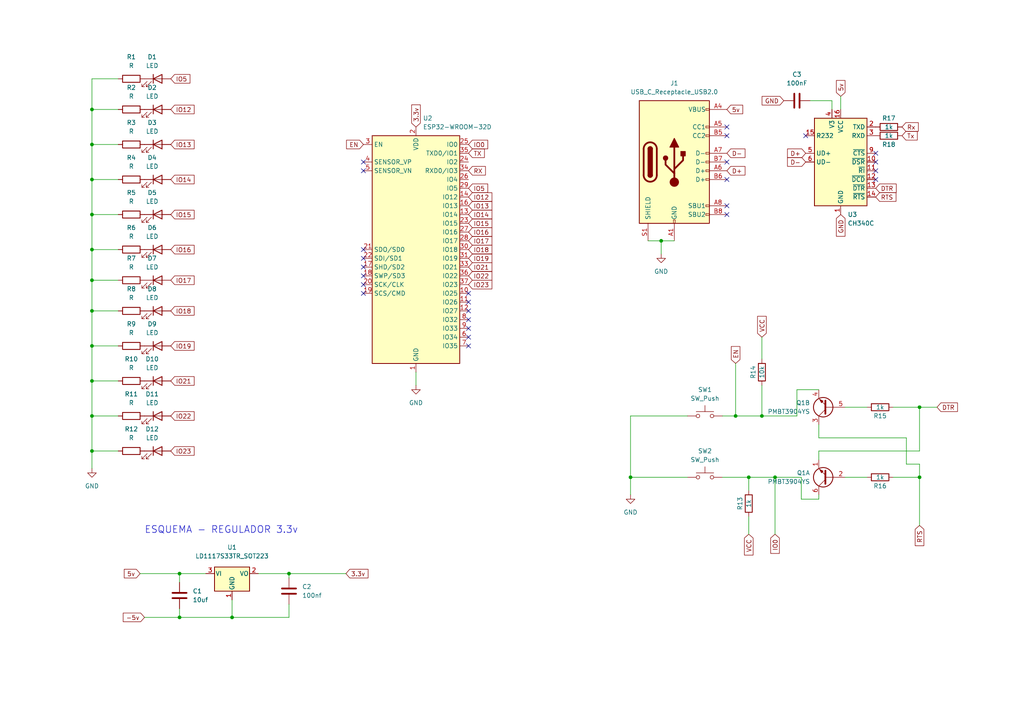
<source format=kicad_sch>
(kicad_sch (version 20211123) (generator eeschema)
  (paper "A4")
  (lib_symbols
    (symbol "Connector:USB_C_Receptacle_USB2.0" (pin_names (offset 1.016))
      (property "Reference" "J" (at -10.16 19.05 0))
      (property "Value" "USB_C_Receptacle_USB2.0" (at 19.05 19.05 0))
      (symbol "USB_C_Receptacle_USB2.0_0_0"
        (rectangle (start -0.254 -17.78) (end 0.254 -16.764))
        (rectangle (start 10.16 -14.986) (end 9.144 -15.494))
        (rectangle (start 10.16 -12.446) (end 9.144 -12.954))
        (rectangle (start 10.16 -4.826) (end 9.144 -5.334))
        (rectangle (start 10.16 -2.286) (end 9.144 -2.794))
        (rectangle (start 10.16 0.254) (end 9.144 -0.254))
        (rectangle (start 10.16 2.794) (end 9.144 2.286))
        (rectangle (start 10.16 7.874) (end 9.144 7.366))
        (rectangle (start 10.16 10.414) (end 9.144 9.906))
        (rectangle (start 10.16 15.494) (end 9.144 14.986))
      )
      (symbol "USB_C_Receptacle_USB2.0_0_1"
        (rectangle (start -10.16 17.78) (end 10.16 -17.78) (stroke (width 0.254)) (fill (type background)))
        (arc (start -8.89 -3.81) (mid -6.985 -5.715) (end -5.08 -3.81) (stroke (width 0.508)))
        (arc (start -7.62 -3.81) (mid -6.985 -4.445) (end -6.35 -3.81) (stroke (width 0.254)))
        (arc (start -7.62 -3.81) (mid -6.985 -4.445) (end -6.35 -3.81) (stroke (width 0.254)) (fill (type outline)))
        (rectangle (start -7.62 -3.81) (end -6.35 3.81) (stroke (width 0.254)) (fill (type outline)))
        (arc (start -6.35 3.81) (mid -6.985 4.445) (end -7.62 3.81) (stroke (width 0.254)))
        (arc (start -6.35 3.81) (mid -6.985 4.445) (end -7.62 3.81) (stroke (width 0.254)) (fill (type outline)))
        (arc (start -5.08 3.81) (mid -6.985 5.715) (end -8.89 3.81) (stroke (width 0.508)))
        (circle (center -2.54 1.143) (radius 0.635) (stroke (width 0.254)) (fill (type outline)))
        (circle (center 0 -5.842) (radius 1.27) (fill (type outline)))
        (polyline (pts (xy -8.89 -3.81) (xy -8.89 3.81)) (stroke (width 0.508)))
        (polyline (pts (xy -5.08 3.81) (xy -5.08 -3.81)) (stroke (width 0.508)))
        (polyline (pts (xy 0 -5.842) (xy 0 4.318)) (stroke (width 0.508)))
        (polyline (pts (xy 0 -3.302) (xy -2.54 -0.762) (xy -2.54 0.508)) (stroke (width 0.508)))
        (polyline (pts (xy 0 -2.032) (xy 2.54 0.508) (xy 2.54 1.778)) (stroke (width 0.508)))
        (polyline (pts (xy -1.27 4.318) (xy 0 6.858) (xy 1.27 4.318) (xy -1.27 4.318)) (stroke (width 0.254)) (fill (type outline)))
        (rectangle (start 1.905 1.778) (end 3.175 3.048) (stroke (width 0.254)) (fill (type outline)))
      )
      (symbol "USB_C_Receptacle_USB2.0_1_1"
        (pin passive line (at 0 -22.86 90) (length 5.08) (name "GND") (number "A1"))
        (pin passive line (at 0 -22.86 90) (length 5.08) hide (name "GND") (number "A12"))
        (pin passive line (at 15.24 15.24 180) (length 5.08) (name "VBUS") (number "A4"))
        (pin bidirectional line (at 15.24 10.16 180) (length 5.08) (name "CC1") (number "A5"))
        (pin bidirectional line (at 15.24 -2.54 180) (length 5.08) (name "D+") (number "A6"))
        (pin bidirectional line (at 15.24 2.54 180) (length 5.08) (name "D-") (number "A7"))
        (pin bidirectional line (at 15.24 -12.7 180) (length 5.08) (name "SBU1") (number "A8"))
        (pin passive line (at 15.24 15.24 180) (length 5.08) hide (name "VBUS") (number "A9"))
        (pin passive line (at 0 -22.86 90) (length 5.08) hide (name "GND") (number "B1"))
        (pin passive line (at 0 -22.86 90) (length 5.08) hide (name "GND") (number "B12"))
        (pin passive line (at 15.24 15.24 180) (length 5.08) hide (name "VBUS") (number "B4"))
        (pin bidirectional line (at 15.24 7.62 180) (length 5.08) (name "CC2") (number "B5"))
        (pin bidirectional line (at 15.24 -5.08 180) (length 5.08) (name "D+") (number "B6"))
        (pin bidirectional line (at 15.24 0 180) (length 5.08) (name "D-") (number "B7"))
        (pin bidirectional line (at 15.24 -15.24 180) (length 5.08) (name "SBU2") (number "B8"))
        (pin passive line (at 15.24 15.24 180) (length 5.08) hide (name "VBUS") (number "B9"))
        (pin passive line (at -7.62 -22.86 90) (length 5.08) (name "SHIELD") (number "S1"))
      )
    )
    (symbol "Device:C" (pin_numbers hide) (pin_names (offset 0.254))
      (property "Reference" "C" (at 0.635 2.54 0))
      (property "Value" "C" (at 0.635 -2.54 0))
      (symbol "C_0_1"
        (polyline (pts (xy -2.032 -0.762) (xy 2.032 -0.762)) (stroke (width 0.508)))
        (polyline (pts (xy -2.032 0.762) (xy 2.032 0.762)) (stroke (width 0.508)))
      )
      (symbol "C_1_1"
        (pin passive line (at 0 3.81 270) (length 2.794) (name "~") (number "1"))
        (pin passive line (at 0 -3.81 90) (length 2.794) (name "~") (number "2"))
      )
    )
    (symbol "Device:LED" (pin_numbers hide) (pin_names (offset 1.016) hide)
      (property "Reference" "D" (at 0 2.54 0))
      (property "Value" "LED" (at 0 -2.54 0))
      (symbol "LED_0_1"
        (polyline (pts (xy -1.27 -1.27) (xy -1.27 1.27)) (stroke (width 0.254)))
        (polyline (pts (xy -1.27 0) (xy 1.27 0)))
        (polyline (pts (xy 1.27 -1.27) (xy 1.27 1.27) (xy -1.27 0) (xy 1.27 -1.27)) (stroke (width 0.254)))
        (polyline (pts (xy -3.048 -0.762) (xy -4.572 -2.286) (xy -3.81 -2.286) (xy -4.572 -2.286) (xy -4.572 -1.524)))
        (polyline (pts (xy -1.778 -0.762) (xy -3.302 -2.286) (xy -2.54 -2.286) (xy -3.302 -2.286) (xy -3.302 -1.524)))
      )
      (symbol "LED_1_1"
        (pin passive line (at -3.81 0 0) (length 2.54) (name "K") (number "1"))
        (pin passive line (at 3.81 0 180) (length 2.54) (name "A") (number "2"))
      )
    )
    (symbol "Device:R" (pin_numbers hide) (pin_names (offset 0))
      (property "Reference" "R" (at 2.032 0 90))
      (property "Value" "R" (at 0 0 90))
      (symbol "R_0_1"
        (rectangle (start -1.016 -2.54) (end 1.016 2.54) (stroke (width 0.254)))
      )
      (symbol "R_1_1"
        (pin passive line (at 0 3.81 270) (length 1.27) (name "~") (number "1"))
        (pin passive line (at 0 -3.81 90) (length 1.27) (name "~") (number "2"))
      )
    )
    (symbol "Interface_USB:CH340C"
      (property "Reference" "U" (at -5.08 13.97 0))
      (property "Value" "CH340C" (at 1.27 13.97 0))
      (symbol "CH340C_0_1"
        (rectangle (start -7.62 12.7) (end 7.62 -12.7) (stroke (width 0.254)) (fill (type background)))
      )
      (symbol "CH340C_1_1"
        (pin power_in line (at 0 -15.24 90) (length 2.54) (name "GND") (number "1"))
        (pin input line (at 10.16 0 180) (length 2.54) (name "~{DSR}") (number "10"))
        (pin input line (at 10.16 -2.54 180) (length 2.54) (name "~{RI}") (number "11"))
        (pin input line (at 10.16 -5.08 180) (length 2.54) (name "~{DCD}") (number "12"))
        (pin output line (at 10.16 -7.62 180) (length 2.54) (name "~{DTR}") (number "13"))
        (pin output line (at 10.16 -10.16 180) (length 2.54) (name "~{RTS}") (number "14"))
        (pin input line (at -10.16 7.62 0) (length 2.54) (name "R232") (number "15"))
        (pin power_in line (at 0 15.24 270) (length 2.54) (name "VCC") (number "16"))
        (pin output line (at 10.16 10.16 180) (length 2.54) (name "TXD") (number "2"))
        (pin input line (at 10.16 7.62 180) (length 2.54) (name "RXD") (number "3"))
        (pin passive line (at -2.54 15.24 270) (length 2.54) (name "V3") (number "4"))
        (pin bidirectional line (at -10.16 2.54 0) (length 2.54) (name "UD+") (number "5"))
        (pin bidirectional line (at -10.16 0 0) (length 2.54) (name "UD-") (number "6"))
        (pin no_connect line (at -7.62 -7.62 0) (length 2.54) hide (name "NC") (number "7"))
        (pin no_connect line (at -7.62 -10.16 0) (length 2.54) hide (name "NC") (number "8"))
        (pin input line (at 10.16 2.54 180) (length 2.54) (name "~{CTS}") (number "9"))
      )
    )
    (symbol "RF_Module:ESP32-WROOM-32D"
      (property "Reference" "U" (at -12.7 34.29 0))
      (property "Value" "ESP32-WROOM-32D" (at 1.27 34.29 0))
      (symbol "ESP32-WROOM-32D_0_1"
        (rectangle (start -12.7 33.02) (end 12.7 -33.02) (stroke (width 0.254)) (fill (type background)))
      )
      (symbol "ESP32-WROOM-32D_1_1"
        (pin power_in line (at 0 -35.56 90) (length 2.54) (name "GND") (number "1"))
        (pin bidirectional line (at 15.24 -12.7 180) (length 2.54) (name "IO25") (number "10"))
        (pin bidirectional line (at 15.24 -15.24 180) (length 2.54) (name "IO26") (number "11"))
        (pin bidirectional line (at 15.24 -17.78 180) (length 2.54) (name "IO27") (number "12"))
        (pin bidirectional line (at 15.24 10.16 180) (length 2.54) (name "IO14") (number "13"))
        (pin bidirectional line (at 15.24 15.24 180) (length 2.54) (name "IO12") (number "14"))
        (pin passive line (at 0 -35.56 90) (length 2.54) hide (name "GND") (number "15"))
        (pin bidirectional line (at 15.24 12.7 180) (length 2.54) (name "IO13") (number "16"))
        (pin bidirectional line (at -15.24 -5.08 0) (length 2.54) (name "SHD/SD2") (number "17"))
        (pin bidirectional line (at -15.24 -7.62 0) (length 2.54) (name "SWP/SD3") (number "18"))
        (pin bidirectional line (at -15.24 -12.7 0) (length 2.54) (name "SCS/CMD") (number "19"))
        (pin power_in line (at 0 35.56 270) (length 2.54) (name "VDD") (number "2"))
        (pin bidirectional line (at -15.24 -10.16 0) (length 2.54) (name "SCK/CLK") (number "20"))
        (pin bidirectional line (at -15.24 0 0) (length 2.54) (name "SDO/SD0") (number "21"))
        (pin bidirectional line (at -15.24 -2.54 0) (length 2.54) (name "SDI/SD1") (number "22"))
        (pin bidirectional line (at 15.24 7.62 180) (length 2.54) (name "IO15") (number "23"))
        (pin bidirectional line (at 15.24 25.4 180) (length 2.54) (name "IO2") (number "24"))
        (pin bidirectional line (at 15.24 30.48 180) (length 2.54) (name "IO0") (number "25"))
        (pin bidirectional line (at 15.24 20.32 180) (length 2.54) (name "IO4") (number "26"))
        (pin bidirectional line (at 15.24 5.08 180) (length 2.54) (name "IO16") (number "27"))
        (pin bidirectional line (at 15.24 2.54 180) (length 2.54) (name "IO17") (number "28"))
        (pin bidirectional line (at 15.24 17.78 180) (length 2.54) (name "IO5") (number "29"))
        (pin input line (at -15.24 30.48 0) (length 2.54) (name "EN") (number "3"))
        (pin bidirectional line (at 15.24 0 180) (length 2.54) (name "IO18") (number "30"))
        (pin bidirectional line (at 15.24 -2.54 180) (length 2.54) (name "IO19") (number "31"))
        (pin no_connect line (at -12.7 -27.94 0) (length 2.54) hide (name "NC") (number "32"))
        (pin bidirectional line (at 15.24 -5.08 180) (length 2.54) (name "IO21") (number "33"))
        (pin bidirectional line (at 15.24 22.86 180) (length 2.54) (name "RXD0/IO3") (number "34"))
        (pin bidirectional line (at 15.24 27.94 180) (length 2.54) (name "TXD0/IO1") (number "35"))
        (pin bidirectional line (at 15.24 -7.62 180) (length 2.54) (name "IO22") (number "36"))
        (pin bidirectional line (at 15.24 -10.16 180) (length 2.54) (name "IO23") (number "37"))
        (pin passive line (at 0 -35.56 90) (length 2.54) hide (name "GND") (number "38"))
        (pin passive line (at 0 -35.56 90) (length 2.54) hide (name "GND") (number "39"))
        (pin input line (at -15.24 25.4 0) (length 2.54) (name "SENSOR_VP") (number "4"))
        (pin input line (at -15.24 22.86 0) (length 2.54) (name "SENSOR_VN") (number "5"))
        (pin input line (at 15.24 -25.4 180) (length 2.54) (name "IO34") (number "6"))
        (pin input line (at 15.24 -27.94 180) (length 2.54) (name "IO35") (number "7"))
        (pin bidirectional line (at 15.24 -20.32 180) (length 2.54) (name "IO32") (number "8"))
        (pin bidirectional line (at 15.24 -22.86 180) (length 2.54) (name "IO33") (number "9"))
      )
    )
    (symbol "Regulator_Linear:LD1117S33TR_SOT223" (pin_names (offset 0.254))
      (property "Reference" "U" (at -3.81 3.175 0))
      (property "Value" "LD1117S33TR_SOT223" (at 0 3.175 0))
      (symbol "LD1117S33TR_SOT223_0_1"
        (rectangle (start -5.08 -5.08) (end 5.08 1.905) (stroke (width 0.254)) (fill (type background)))
      )
      (symbol "LD1117S33TR_SOT223_1_1"
        (pin power_in line (at 0 -7.62 90) (length 2.54) (name "GND") (number "1"))
        (pin power_out line (at 7.62 0 180) (length 2.54) (name "VO") (number "2"))
        (pin power_in line (at -7.62 0 0) (length 2.54) (name "VI") (number "3"))
      )
    )
    (symbol "Switch:SW_Push" (pin_numbers hide) (pin_names (offset 1.016) hide)
      (property "Reference" "SW" (at 1.27 2.54 0))
      (property "Value" "SW_Push" (at 0 -1.524 0))
      (symbol "SW_Push_0_1"
        (circle (center -2.032 0) (radius 0.508))
        (polyline (pts (xy 0 1.27) (xy 0 3.048)))
        (polyline (pts (xy 2.54 1.27) (xy -2.54 1.27)))
        (circle (center 2.032 0) (radius 0.508))
        (pin passive line (at -5.08 0 0) (length 2.54) (name "1") (number "1"))
        (pin passive line (at 5.08 0 180) (length 2.54) (name "2") (number "2"))
      )
    )
    (symbol "Transistor_BJT:PMBT3904YS" (pin_names (offset 0) hide)
      (property "Reference" "Q" (at 5.08 1.27 0))
      (property "Value" "PMBT3904YS" (at 5.08 -1.27 0))
      (symbol "PMBT3904YS_0_1"
        (polyline (pts (xy 0.635 0) (xy -2.54 0)))
        (polyline (pts (xy 0.635 0.635) (xy 2.54 2.54)))
        (polyline (pts (xy 0.635 -0.635) (xy 2.54 -2.54) (xy 2.54 -2.54)))
        (polyline (pts (xy 0.635 1.905) (xy 0.635 -1.905) (xy 0.635 -1.905)) (stroke (width 0.508)))
        (polyline (pts (xy 1.27 -1.778) (xy 1.778 -1.27) (xy 2.286 -2.286) (xy 1.27 -1.778) (xy 1.27 -1.778)) (fill (type outline)))
        (circle (center 1.27 0) (radius 2.8194) (stroke (width 0.254)))
      )
      (symbol "PMBT3904YS_1_1"
        (pin passive line (at 2.54 -5.08 90) (length 2.54) (name "E1") (number "1"))
        (pin input line (at -5.08 0 0) (length 2.54) (name "B1") (number "2"))
        (pin passive line (at 2.54 5.08 270) (length 2.54) (name "C1") (number "6"))
      )
      (symbol "PMBT3904YS_2_1"
        (pin passive line (at 2.54 5.08 270) (length 2.54) (name "C2") (number "3"))
        (pin passive line (at 2.54 -5.08 90) (length 2.54) (name "E2") (number "4"))
        (pin input line (at -5.08 0 0) (length 2.54) (name "B2") (number "5"))
      )
    )
    (symbol "power:GND" (power) (pin_names (offset 0))
      (property "Value" "GND" (at 0 -3.81 0))
      (symbol "GND_0_1"
        (polyline (pts (xy 0 0) (xy 0 -1.27) (xy 1.27 -1.27) (xy 0 -2.54) (xy -1.27 -1.27) (xy 0 -1.27)))
      )
      (symbol "GND_1_1"
        (pin power_in line (at 0 0 270) (length 0) hide (name "GND") (number "1"))
      )
    )
  )
  (junction (at 220.98 120.65))
  (junction (at 266.7 138.43))
  (junction (at 26.67 52.07))
  (junction (at 26.67 130.81))
  (junction (at 224.79 138.43))
  (junction (at 213.36 120.65))
  (junction (at 182.88 138.43))
  (junction (at 26.67 81.28))
  (junction (at 191.77 69.85))
  (junction (at 52.07 166.37))
  (junction (at 26.67 100.33))
  (junction (at 67.31 179.07))
  (junction (at 26.67 110.49))
  (junction (at 26.67 41.91))
  (junction (at 26.67 90.17))
  (junction (at 26.67 72.39))
  (junction (at 26.67 31.75))
  (junction (at 83.82 166.37))
  (junction (at 217.17 138.43))
  (junction (at 26.67 120.65))
  (junction (at 26.67 62.23))
  (junction (at 266.7 118.11))
  (junction (at 52.07 179.07))
  (no_connect (at 210.82 39.37))
  (no_connect (at 210.82 36.83))
  (no_connect (at 135.89 85.09))
  (no_connect (at 135.89 90.17))
  (no_connect (at 135.89 95.25))
  (no_connect (at 135.89 92.71))
  (no_connect (at 135.89 87.63))
  (no_connect (at 135.89 100.33))
  (no_connect (at 135.89 97.79))
  (no_connect (at 105.41 72.39))
  (no_connect (at 105.41 49.53))
  (no_connect (at 105.41 46.99))
  (no_connect (at 105.41 77.47))
  (no_connect (at 105.41 74.93))
  (no_connect (at 105.41 80.01))
  (no_connect (at 105.41 82.55))
  (no_connect (at 105.41 85.09))
  (no_connect (at 254 52.07))
  (no_connect (at 254 44.45))
  (no_connect (at 254 49.53))
  (no_connect (at 254 46.99))
  (no_connect (at 233.68 39.37))
  (no_connect (at 210.82 59.69))
  (no_connect (at 210.82 62.23))
  (no_connect (at 210.82 46.99))
  (no_connect (at 210.82 52.07))
  (wire (pts (xy 213.36 105.41) (xy 213.36 120.65)))
  (wire (pts (xy 217.17 138.43) (xy 217.17 142.24)))
  (wire (pts (xy 74.93 166.37) (xy 83.82 166.37)))
  (wire (pts (xy 245.11 118.11) (xy 251.46 118.11)))
  (wire (pts (xy 26.67 22.86) (xy 26.67 31.75)))
  (wire (pts (xy 237.49 113.03) (xy 231.14 113.03)))
  (wire (pts (xy 34.29 22.86) (xy 26.67 22.86)))
  (wire (pts (xy 26.67 81.28) (xy 34.29 81.28)))
  (wire (pts (xy 26.67 52.07) (xy 26.67 62.23)))
  (wire (pts (xy 26.67 31.75) (xy 26.67 41.91)))
  (wire (pts (xy 26.67 100.33) (xy 26.67 110.49)))
  (wire (pts (xy 213.36 120.65) (xy 209.55 120.65)))
  (wire (pts (xy 245.11 138.43) (xy 251.46 138.43)))
  (wire (pts (xy 26.67 52.07) (xy 34.29 52.07)))
  (wire (pts (xy 266.7 118.11) (xy 266.7 130.81)))
  (wire (pts (xy 52.07 166.37) (xy 59.69 166.37)))
  (wire (pts (xy 41.91 179.07) (xy 52.07 179.07)))
  (wire (pts (xy 266.7 118.11) (xy 271.78 118.11)))
  (wire (pts (xy 237.49 130.81) (xy 266.7 130.81)))
  (wire (pts (xy 83.82 175.26) (xy 83.82 179.07)))
  (wire (pts (xy 182.88 120.65) (xy 182.88 138.43)))
  (wire (pts (xy 26.67 62.23) (xy 34.29 62.23)))
  (wire (pts (xy 26.67 81.28) (xy 26.67 90.17)))
  (wire (pts (xy 52.07 179.07) (xy 52.07 176.53)))
  (wire (pts (xy 26.67 41.91) (xy 26.67 52.07)))
  (wire (pts (xy 83.82 166.37) (xy 83.82 167.64)))
  (wire (pts (xy 237.49 127) (xy 262.89 127)))
  (wire (pts (xy 243.84 27.94) (xy 243.84 31.75)))
  (wire (pts (xy 241.3 29.21) (xy 241.3 31.75)))
  (wire (pts (xy 237.49 144.78) (xy 232.41 144.78)))
  (wire (pts (xy 259.08 138.43) (xy 266.7 138.43)))
  (wire (pts (xy 83.82 179.07) (xy 67.31 179.07)))
  (wire (pts (xy 120.65 107.95) (xy 120.65 111.76)))
  (wire (pts (xy 52.07 166.37) (xy 52.07 168.91)))
  (wire (pts (xy 217.17 149.86) (xy 217.17 154.94)))
  (wire (pts (xy 26.67 62.23) (xy 26.67 72.39)))
  (wire (pts (xy 26.67 72.39) (xy 34.29 72.39)))
  (wire (pts (xy 234.95 29.21) (xy 241.3 29.21)))
  (wire (pts (xy 26.67 130.81) (xy 34.29 130.81)))
  (wire (pts (xy 237.49 144.78) (xy 237.49 143.51)))
  (wire (pts (xy 26.67 100.33) (xy 34.29 100.33)))
  (wire (pts (xy 26.67 31.75) (xy 34.29 31.75)))
  (wire (pts (xy 26.67 72.39) (xy 26.67 81.28)))
  (wire (pts (xy 187.96 69.85) (xy 191.77 69.85)))
  (wire (pts (xy 232.41 144.78) (xy 232.41 138.43)))
  (wire (pts (xy 83.82 166.37) (xy 100.33 166.37)))
  (wire (pts (xy 26.67 120.65) (xy 26.67 130.81)))
  (wire (pts (xy 67.31 179.07) (xy 52.07 179.07)))
  (wire (pts (xy 220.98 97.79) (xy 220.98 104.14)))
  (wire (pts (xy 262.89 127) (xy 262.89 134.62)))
  (wire (pts (xy 237.49 123.19) (xy 237.49 127)))
  (wire (pts (xy 26.67 120.65) (xy 34.29 120.65)))
  (wire (pts (xy 220.98 111.76) (xy 220.98 120.65)))
  (wire (pts (xy 182.88 138.43) (xy 182.88 143.51)))
  (wire (pts (xy 195.58 69.85) (xy 191.77 69.85)))
  (wire (pts (xy 262.89 134.62) (xy 266.7 134.62)))
  (wire (pts (xy 220.98 120.65) (xy 213.36 120.65)))
  (wire (pts (xy 237.49 133.35) (xy 237.49 130.81)))
  (wire (pts (xy 26.67 110.49) (xy 26.67 120.65)))
  (wire (pts (xy 26.67 90.17) (xy 34.29 90.17)))
  (wire (pts (xy 259.08 118.11) (xy 266.7 118.11)))
  (wire (pts (xy 26.67 110.49) (xy 34.29 110.49)))
  (wire (pts (xy 266.7 138.43) (xy 266.7 152.4)))
  (wire (pts (xy 26.67 90.17) (xy 26.67 100.33)))
  (wire (pts (xy 231.14 113.03) (xy 231.14 120.65)))
  (wire (pts (xy 191.77 69.85) (xy 191.77 73.66)))
  (wire (pts (xy 232.41 138.43) (xy 224.79 138.43)))
  (wire (pts (xy 26.67 41.91) (xy 34.29 41.91)))
  (wire (pts (xy 224.79 154.94) (xy 224.79 138.43)))
  (wire (pts (xy 67.31 173.99) (xy 67.31 179.07)))
  (wire (pts (xy 182.88 120.65) (xy 199.39 120.65)))
  (wire (pts (xy 231.14 120.65) (xy 220.98 120.65)))
  (wire (pts (xy 26.67 130.81) (xy 26.67 135.89)))
  (wire (pts (xy 40.64 166.37) (xy 52.07 166.37)))
  (wire (pts (xy 182.88 138.43) (xy 199.39 138.43)))
  (wire (pts (xy 266.7 134.62) (xy 266.7 138.43)))
  (wire (pts (xy 224.79 138.43) (xy 217.17 138.43)))
  (wire (pts (xy 209.55 138.43) (xy 217.17 138.43)))
  (text "ESQUEMA - REGULADOR 3.3v\n" (at 41.91 154.94 0) (effects (font (size 2 2)) (justify left bottom)))
  (global_label "EN" (shape input) (at 105.41 41.91 180) (property "Intersheet References" "${INTERSHEET_REFS}" (effects hide)))
  (global_label "D-" (shape input) (at 233.68 46.99 180) (property "Intersheet References" "${INTERSHEET_REFS}" (effects hide)))
  (global_label "VCC" (shape input) (at 217.17 154.94 270) (property "Intersheet References" "${INTERSHEET_REFS}" (effects hide)))
  (global_label "IO21" (shape input) (at 49.53 110.49 0) (property "Intersheet References" "${INTERSHEET_REFS}" (effects hide)))
  (global_label "IO12" (shape input) (at 135.89 57.15 0) (property "Intersheet References" "${INTERSHEET_REFS}" (effects hide)))
  (global_label "3.3v" (shape input) (at 100.33 166.37 0) (property "Intersheet References" "${INTERSHEET_REFS}" (effects hide)))
  (global_label "IO21" (shape input) (at 135.89 77.47 0) (property "Intersheet References" "${INTERSHEET_REFS}" (effects hide)))
  (global_label "3.3v" (shape input) (at 120.65 36.83 90) (property "Intersheet References" "${INTERSHEET_REFS}" (effects hide)))
  (global_label "IO19" (shape input) (at 135.89 74.93 0) (property "Intersheet References" "${INTERSHEET_REFS}" (effects hide)))
  (global_label "Rx" (shape input) (at 261.62 36.83 0) (property "Intersheet References" "${INTERSHEET_REFS}" (effects hide)))
  (global_label "VCC" (shape input) (at 220.98 97.79 90) (property "Intersheet References" "${INTERSHEET_REFS}" (effects hide)))
  (global_label "IO22" (shape input) (at 135.89 80.01 0) (property "Intersheet References" "${INTERSHEET_REFS}" (effects hide)))
  (global_label "IO13" (shape input) (at 135.89 59.69 0) (property "Intersheet References" "${INTERSHEET_REFS}" (effects hide)))
  (global_label "D+" (shape input) (at 210.82 49.53 0) (property "Intersheet References" "${INTERSHEET_REFS}" (effects hide)))
  (global_label "IO15" (shape input) (at 135.89 64.77 0) (property "Intersheet References" "${INTERSHEET_REFS}" (effects hide)))
  (global_label "IO19" (shape input) (at 49.53 100.33 0) (property "Intersheet References" "${INTERSHEET_REFS}" (effects hide)))
  (global_label "GND" (shape input) (at 243.84 62.23 270) (property "Intersheet References" "${INTERSHEET_REFS}" (effects hide)))
  (global_label "IO23" (shape input) (at 135.89 82.55 0) (property "Intersheet References" "${INTERSHEET_REFS}" (effects hide)))
  (global_label "IO0" (shape input) (at 135.89 41.91 0) (property "Intersheet References" "${INTERSHEET_REFS}" (effects hide)))
  (global_label "DTR" (shape input) (at 254 54.61 0) (property "Intersheet References" "${INTERSHEET_REFS}" (effects hide)))
  (global_label "D+" (shape input) (at 233.68 44.45 180) (property "Intersheet References" "${INTERSHEET_REFS}" (effects hide)))
  (global_label "5v" (shape input) (at 243.84 27.94 90) (property "Intersheet References" "${INTERSHEET_REFS}" (effects hide)))
  (global_label "RTS" (shape input) (at 266.7 152.4 270) (property "Intersheet References" "${INTERSHEET_REFS}" (effects hide)))
  (global_label "RX" (shape input) (at 135.89 49.53 0) (property "Intersheet References" "${INTERSHEET_REFS}" (effects hide)))
  (global_label "IO12" (shape input) (at 49.53 31.75 0) (property "Intersheet References" "${INTERSHEET_REFS}" (effects hide)))
  (global_label "5v" (shape input) (at 210.82 31.75 0) (property "Intersheet References" "${INTERSHEET_REFS}" (effects hide)))
  (global_label "IO14" (shape input) (at 49.53 52.07 0) (property "Intersheet References" "${INTERSHEET_REFS}" (effects hide)))
  (global_label "IO5" (shape input) (at 135.89 54.61 0) (property "Intersheet References" "${INTERSHEET_REFS}" (effects hide)))
  (global_label "D-" (shape input) (at 210.82 44.45 0) (property "Intersheet References" "${INTERSHEET_REFS}" (effects hide)))
  (global_label "IO17" (shape input) (at 49.53 81.28 0) (property "Intersheet References" "${INTERSHEET_REFS}" (effects hide)))
  (global_label "IO23" (shape input) (at 49.53 130.81 0) (property "Intersheet References" "${INTERSHEET_REFS}" (effects hide)))
  (global_label "IO15" (shape input) (at 49.53 62.23 0) (property "Intersheet References" "${INTERSHEET_REFS}" (effects hide)))
  (global_label "-5v" (shape input) (at 41.91 179.07 180) (property "Intersheet References" "${INTERSHEET_REFS}" (effects hide)))
  (global_label "TX" (shape input) (at 135.89 44.45 0) (property "Intersheet References" "${INTERSHEET_REFS}" (effects hide)))
  (global_label "GND" (shape input) (at 227.33 29.21 180) (property "Intersheet References" "${INTERSHEET_REFS}" (effects hide)))
  (global_label "IO16" (shape input) (at 135.89 67.31 0) (property "Intersheet References" "${INTERSHEET_REFS}" (effects hide)))
  (global_label "IO16" (shape input) (at 49.53 72.39 0) (property "Intersheet References" "${INTERSHEET_REFS}" (effects hide)))
  (global_label "Tx" (shape input) (at 261.62 39.37 0) (property "Intersheet References" "${INTERSHEET_REFS}" (effects hide)))
  (global_label "IO22" (shape input) (at 49.53 120.65 0) (property "Intersheet References" "${INTERSHEET_REFS}" (effects hide)))
  (global_label "IO14" (shape input) (at 135.89 62.23 0) (property "Intersheet References" "${INTERSHEET_REFS}" (effects hide)))
  (global_label "5v" (shape input) (at 40.64 166.37 180) (property "Intersheet References" "${INTERSHEET_REFS}" (effects hide)))
  (global_label "EN" (shape input) (at 213.36 105.41 90) (property "Intersheet References" "${INTERSHEET_REFS}" (effects hide)))
  (global_label "IO17" (shape input) (at 135.89 69.85 0) (property "Intersheet References" "${INTERSHEET_REFS}" (effects hide)))
  (global_label "IO18" (shape input) (at 135.89 72.39 0) (property "Intersheet References" "${INTERSHEET_REFS}" (effects hide)))
  (global_label "IO18" (shape input) (at 49.53 90.17 0) (property "Intersheet References" "${INTERSHEET_REFS}" (effects hide)))
  (global_label "RTS" (shape input) (at 254 57.15 0) (property "Intersheet References" "${INTERSHEET_REFS}" (effects hide)))
  (global_label "IO0" (shape input) (at 224.79 154.94 270) (property "Intersheet References" "${INTERSHEET_REFS}" (effects hide)))
  (global_label "IO13" (shape input) (at 49.53 41.91 0) (property "Intersheet References" "${INTERSHEET_REFS}" (effects hide)))
  (global_label "IO5" (shape input) (at 49.53 22.86 0) (property "Intersheet References" "${INTERSHEET_REFS}" (effects hide)))
  (global_label "DTR" (shape input) (at 271.78 118.11 0) (property "Intersheet References" "${INTERSHEET_REFS}" (effects hide)))
  (symbol (lib_id "Device:R") (at 38.1 110.49 90) (unit 1)
    (property "Reference" "R10" (at 38.1 104.14 90))
    (property "Value" "R" (at 38.1 106.68 90))
    (property "Footprint" "Resistor_SMD:R_0402_1005Metric" (effects hide))
  )
  (symbol (lib_id "Interface_USB:CH340C") (at 243.84 46.99 0) (unit 1)
    (property "Reference" "U3" (at 245.8594 62.23 0) (effects (justify left)))
    (property "Value" "CH340C" (at 245.8594 64.77 0) (effects (justify left)))
    (property "Footprint" "Package_SO:SOIC-16_3.9x9.9mm_P1.27mm" (effects hide))
    (property "Datasheet" "https://datasheet.lcsc.com/szlcsc/Jiangsu-Qin-Heng-CH340C_C84681.pdf" (effects hide))
  )
  (symbol (lib_id "Device:LED") (at 45.72 90.17 0) (unit 1)
    (property "Reference" "D8" (at 44.1325 83.82 0))
    (property "Value" "LED" (at 44.1325 86.36 0))
    (property "Footprint" "LED_SMD:LED_0603_1608Metric" (effects hide))
  )
  (symbol (lib_id "Device:R") (at 38.1 72.39 90) (unit 1)
    (property "Reference" "R6" (at 38.1 66.04 90))
    (property "Value" "R" (at 38.1 68.58 90))
    (property "Footprint" "Resistor_SMD:R_0402_1005Metric" (effects hide))
  )
  (symbol (lib_id "Device:LED") (at 45.72 72.39 0) (unit 1)
    (property "Reference" "D6" (at 44.1325 66.04 0))
    (property "Value" "LED" (at 44.1325 68.58 0))
    (property "Footprint" "LED_SMD:LED_0603_1608Metric" (effects hide))
  )
  (symbol (lib_id "Device:LED") (at 45.72 62.23 0) (unit 1)
    (property "Reference" "D5" (at 44.1325 55.88 0))
    (property "Value" "LED" (at 44.1325 58.42 0))
    (property "Footprint" "LED_SMD:LED_0603_1608Metric" (effects hide))
  )
  (symbol (lib_id "Device:R") (at 38.1 130.81 90) (unit 1)
    (property "Reference" "R12" (at 38.1 124.46 90))
    (property "Value" "R" (at 38.1 127 90))
    (property "Footprint" "Resistor_SMD:R_0402_1005Metric" (effects hide))
  )
  (symbol (lib_id "Device:R") (at 38.1 81.28 90) (unit 1)
    (property "Reference" "R7" (at 38.1 74.93 90))
    (property "Value" "R" (at 38.1 77.47 90))
    (property "Footprint" "Resistor_SMD:R_0402_1005Metric" (effects hide))
  )
  (symbol (lib_id "Device:C") (at 52.07 172.72 0) (unit 1)
    (property "Reference" "C1" (at 55.88 171.4499 0) (effects (justify left)))
    (property "Value" "10uf" (at 55.88 173.9899 0) (effects (justify left)))
    (property "Footprint" "Capacitor_SMD:C_0402_1005Metric" (effects hide))
  )
  (symbol (lib_id "Device:R") (at 38.1 22.86 90) (unit 1)
    (property "Reference" "R1" (at 38.1 16.51 90))
    (property "Value" "R" (at 38.1 19.05 90))
    (property "Footprint" "Resistor_SMD:R_0402_1005Metric" (effects hide))
  )
  (symbol (lib_id "Device:R") (at 220.98 107.95 180) (unit 1)
    (property "Reference" "R14" (at 218.44 107.95 90))
    (property "Value" "10k" (at 220.98 107.95 90))
    (property "Footprint" "Resistor_SMD:R_0402_1005Metric" (effects hide))
  )
  (symbol (lib_id "Device:R") (at 38.1 31.75 90) (unit 1)
    (property "Reference" "R2" (at 38.1 25.4 90))
    (property "Value" "R" (at 38.1 27.94 90))
    (property "Footprint" "Resistor_SMD:R_0402_1005Metric" (effects hide))
  )
  (symbol (lib_id "Device:LED") (at 45.72 130.81 0) (unit 1)
    (property "Reference" "D12" (at 44.1325 124.46 0))
    (property "Value" "LED" (at 44.1325 127 0))
    (property "Footprint" "LED_SMD:LED_0603_1608Metric" (effects hide))
  )
  (symbol (lib_id "power:GND") (at 120.65 111.76 0) (unit 1)
    (property "Reference" "#PWR02" (effects hide))
    (property "Value" "GND" (at 120.65 116.84 0))
  )
  (symbol (lib_id "Device:LED") (at 45.72 100.33 0) (unit 1)
    (property "Reference" "D9" (at 44.1325 93.98 0))
    (property "Value" "LED" (at 44.1325 96.52 0))
    (property "Footprint" "LED_SMD:LED_0603_1608Metric" (effects hide))
  )
  (symbol (lib_id "Device:R") (at 217.17 146.05 180) (unit 1)
    (property "Reference" "R13" (at 214.63 146.05 90))
    (property "Value" "1k" (at 217.17 146.05 90))
    (property "Footprint" "Resistor_SMD:R_0402_1005Metric" (effects hide))
  )
  (symbol (lib_id "Device:R") (at 38.1 120.65 90) (unit 1)
    (property "Reference" "R11" (at 38.1 114.3 90))
    (property "Value" "R" (at 38.1 116.84 90))
    (property "Footprint" "Resistor_SMD:R_0402_1005Metric" (effects hide))
  )
  (symbol (lib_id "Device:LED") (at 45.72 81.28 0) (unit 1)
    (property "Reference" "D7" (at 44.1325 74.93 0))
    (property "Value" "LED" (at 44.1325 77.47 0))
    (property "Footprint" "LED_SMD:LED_0603_1608Metric" (effects hide))
  )
  (symbol (lib_id "power:GND") (at 182.88 143.51 0) (unit 1)
    (property "Reference" "#PWR03" (effects hide))
    (property "Value" "GND" (at 182.88 148.59 0))
  )
  (symbol (lib_id "Device:R") (at 257.81 36.83 90) (unit 1)
    (property "Reference" "R17" (at 257.81 34.29 90))
    (property "Value" "1k" (at 257.81 36.83 90))
    (property "Footprint" "Resistor_SMD:R_0402_1005Metric" (effects hide))
  )
  (symbol (lib_id "Device:R") (at 38.1 100.33 90) (unit 1)
    (property "Reference" "R9" (at 38.1 93.98 90))
    (property "Value" "R" (at 38.1 96.52 90))
    (property "Footprint" "Resistor_SMD:R_0402_1005Metric" (effects hide))
  )
  (symbol (lib_id "Switch:SW_Push") (at 204.47 138.43 0) (unit 1)
    (property "Reference" "SW2" (at 204.47 130.81 0))
    (property "Value" "SW_Push" (at 204.47 133.35 0))
    (property "Footprint" "Button_Switch_SMD:SW_SPST_CK_RS282G05A3" (effects hide))
  )
  (symbol (lib_id "Device:C") (at 83.82 171.45 0) (unit 1)
    (property "Reference" "C2" (at 87.63 170.1799 0) (effects (justify left)))
    (property "Value" "100nf" (at 87.63 172.7199 0) (effects (justify left)))
    (property "Footprint" "Capacitor_SMD:C_0402_1005Metric" (effects hide))
  )
  (symbol (lib_id "Device:LED") (at 45.72 110.49 0) (unit 1)
    (property "Reference" "D10" (at 44.1325 104.14 0))
    (property "Value" "LED" (at 44.1325 106.68 0))
    (property "Footprint" "LED_SMD:LED_0603_1608Metric" (effects hide))
  )
  (symbol (lib_id "Device:R") (at 38.1 62.23 90) (unit 1)
    (property "Reference" "R5" (at 38.1 55.88 90))
    (property "Value" "R" (at 38.1 58.42 90))
    (property "Footprint" "Resistor_SMD:R_0402_1005Metric" (effects hide))
  )
  (symbol (lib_id "Switch:SW_Push") (at 204.47 120.65 0) (unit 1)
    (property "Reference" "SW1" (at 204.47 113.03 0))
    (property "Value" "SW_Push" (at 204.47 115.57 0))
    (property "Footprint" "Button_Switch_SMD:SW_SPST_CK_RS282G05A3" (effects hide))
  )
  (symbol (lib_id "power:GND") (at 191.77 73.66 0) (unit 1)
    (property "Reference" "#PWR04" (effects hide))
    (property "Value" "GND" (at 191.77 78.74 0))
  )
  (symbol (lib_id "Device:LED") (at 45.72 22.86 0) (unit 1)
    (property "Reference" "D1" (at 44.1325 16.51 0))
    (property "Value" "LED" (at 44.1325 19.05 0))
    (property "Footprint" "LED_SMD:LED_0603_1608Metric" (effects hide))
  )
  (symbol (lib_id "Device:LED") (at 45.72 120.65 0) (unit 1)
    (property "Reference" "D11" (at 44.1325 114.3 0))
    (property "Value" "LED" (at 44.1325 116.84 0))
    (property "Footprint" "LED_SMD:LED_0603_1608Metric" (effects hide))
  )
  (symbol (lib_id "power:GND") (at 26.67 135.89 0) (unit 1)
    (property "Reference" "#PWR01" (effects hide))
    (property "Value" "GND" (at 26.67 140.97 0))
  )
  (symbol (lib_id "Device:LED") (at 45.72 52.07 0) (unit 1)
    (property "Reference" "D4" (at 44.1325 45.72 0))
    (property "Value" "LED" (at 44.1325 48.26 0))
    (property "Footprint" "LED_SMD:LED_0603_1608Metric" (effects hide))
  )
  (symbol (lib_id "Device:LED") (at 45.72 41.91 0) (unit 1)
    (property "Reference" "D3" (at 44.1325 35.56 0))
    (property "Value" "LED" (at 44.1325 38.1 0))
    (property "Footprint" "LED_SMD:LED_0603_1608Metric" (effects hide))
  )
  (symbol (lib_id "Regulator_Linear:LD1117S33TR_SOT223") (at 67.31 166.37 0) (unit 1)
    (property "Reference" "U1" (at 67.31 158.75 0))
    (property "Value" "LD1117S33TR_SOT223" (at 67.31 161.29 0))
    (property "Footprint" "Package_TO_SOT_SMD:SOT-223-3_TabPin2" (effects hide))
    (property "Datasheet" "http://www.st.com/st-web-ui/static/active/en/resource/technical/document/datasheet/CD00000544.pdf" (effects hide))
  )
  (symbol (lib_id "Device:R") (at 38.1 41.91 90) (unit 1)
    (property "Reference" "R3" (at 38.1 35.56 90))
    (property "Value" "R" (at 38.1 38.1 90))
    (property "Footprint" "Resistor_SMD:R_0402_1005Metric" (effects hide))
  )
  (symbol (lib_id "RF_Module:ESP32-WROOM-32D") (at 120.65 72.39 0) (unit 1)
    (property "Reference" "U2" (at 122.6694 34.29 0) (effects (justify left)))
    (property "Value" "ESP32-WROOM-32D" (at 122.6694 36.83 0) (effects (justify left)))
    (property "Footprint" "RF_Module:ESP32-WROOM-32" (effects hide))
    (property "Datasheet" "https://www.espressif.com/sites/default/files/documentation/esp32-wroom-32d_esp32-wroom-32u_datasheet_en.pdf" (effects hide))
  )
  (symbol (lib_id "Device:R") (at 38.1 52.07 90) (unit 1)
    (property "Reference" "R4" (at 38.1 45.72 90))
    (property "Value" "R" (at 38.1 48.26 90))
    (property "Footprint" "Resistor_SMD:R_0402_1005Metric" (effects hide))
  )
  (symbol (lib_id "Device:LED") (at 45.72 31.75 0) (unit 1)
    (property "Reference" "D2" (at 44.1325 25.4 0))
    (property "Value" "LED" (at 44.1325 27.94 0))
    (property "Footprint" "LED_SMD:LED_0603_1608Metric" (effects hide))
  )
  (symbol (lib_id "Connector:USB_C_Receptacle_USB2.0") (at 195.58 46.99 0) (unit 1)
    (property "Reference" "J1" (at 195.58 24.13 0))
    (property "Value" "USB_C_Receptacle_USB2.0" (at 195.58 26.67 0))
    (property "Footprint" "Connector_USB:USB_C_Receptacle_HRO_TYPE-C-31-M-12" (effects hide))
    (property "Datasheet" "https://www.usb.org/sites/default/files/documents/usb_type-c.zip" (effects hide))
  )
  (symbol (lib_id "Device:R") (at 255.27 138.43 270) (unit 1)
    (property "Reference" "R16" (at 255.27 140.97 90))
    (property "Value" "1k" (at 255.27 138.43 90))
    (property "Footprint" "Resistor_SMD:R_0402_1005Metric" (effects hide))
  )
  (symbol (lib_id "Device:R") (at 257.81 39.37 90) (unit 1)
    (property "Reference" "R18" (at 257.81 41.91 90))
    (property "Value" "1k" (at 257.81 39.37 90))
    (property "Footprint" "Resistor_SMD:R_0402_1005Metric" (effects hide))
  )
  (symbol (lib_id "Device:R") (at 255.27 118.11 270) (unit 1)
    (property "Reference" "R15" (at 255.27 120.65 90))
    (property "Value" "1k" (at 255.27 118.11 90))
    (property "Footprint" "Resistor_SMD:R_0402_1005Metric" (effects hide))
  )
  (symbol (lib_id "Transistor_BJT:PMBT3904YS") (at 240.03 138.43 180) (unit 1)
    (property "Reference" "Q1" (at 234.95 137.1599 0) (effects (justify left)))
    (property "Value" "PMBT3904YS" (at 234.95 139.6999 0) (effects (justify left)))
    (property "Footprint" "Package_TO_SOT_SMD:SOT-363_SC-70-6" (effects hide))
    (property "Datasheet" "https://assets.nexperia.com/documents/data-sheet/PMBT3904YS.pdf" (effects hide))
  )
  (symbol (lib_id "Transistor_BJT:PMBT3904YS") (at 240.03 118.11 180) (unit 2)
    (property "Reference" "Q1" (at 234.95 116.8399 0) (effects (justify left)))
    (property "Value" "PMBT3904YS" (at 234.95 119.3799 0) (effects (justify left)))
    (property "Footprint" "Package_TO_SOT_SMD:SOT-363_SC-70-6" (effects hide))
    (property "Datasheet" "https://assets.nexperia.com/documents/data-sheet/PMBT3904YS.pdf" (effects hide))
  )
  (symbol (lib_id "Device:R") (at 38.1 90.17 90) (unit 1)
    (property "Reference" "R8" (at 38.1 83.82 90))
    (property "Value" "R" (at 38.1 86.36 90))
    (property "Footprint" "Resistor_SMD:R_0402_1005Metric" (effects hide))
  )
  (symbol (lib_id "Device:C") (at 231.14 29.21 90) (unit 1)
    (property "Reference" "C3" (at 231.14 21.59 90))
    (property "Value" "100nF" (at 231.14 24.13 90))
    (property "Footprint" "Capacitor_SMD:C_0402_1005Metric" (effects hide))
  )
)
</source>
